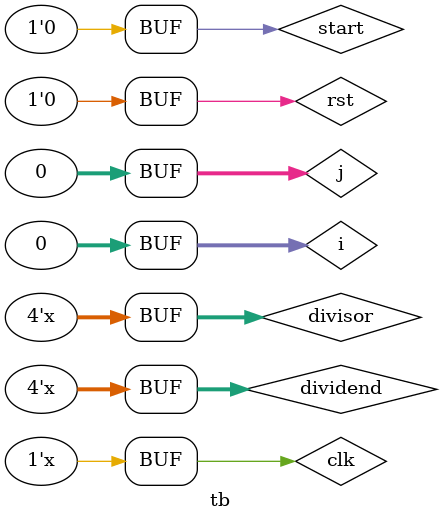
<source format=v>
`timescale 1ns / 1ps


module tb;
    parameter        width = 4;
    integer 	     i = 0, j = 0;
    reg  [width-1:0] dividend, divisor;
    reg 	     start, clk, rst;
    wire [width-1:0] quotient, remainder;
    wire 	     ready, err;

    divider div (dividend, divisor, quotient, remainder, err, clk, rst, start, ready);
    always #5 clk = !clk;
    initial 
    begin 
        rst = 1; clk = 0; dividend = 0; divisor = 0; start = 0; #100;
        rst = 0; #100;
        repeat (16)
        begin
        dividend = i;
            repeat (16)
            begin
                divisor = j; start = 1; #10;
                start = 0; #90;
                j = j+1;
            end
        i = i+1;
        end
    end 
endmodule

</source>
